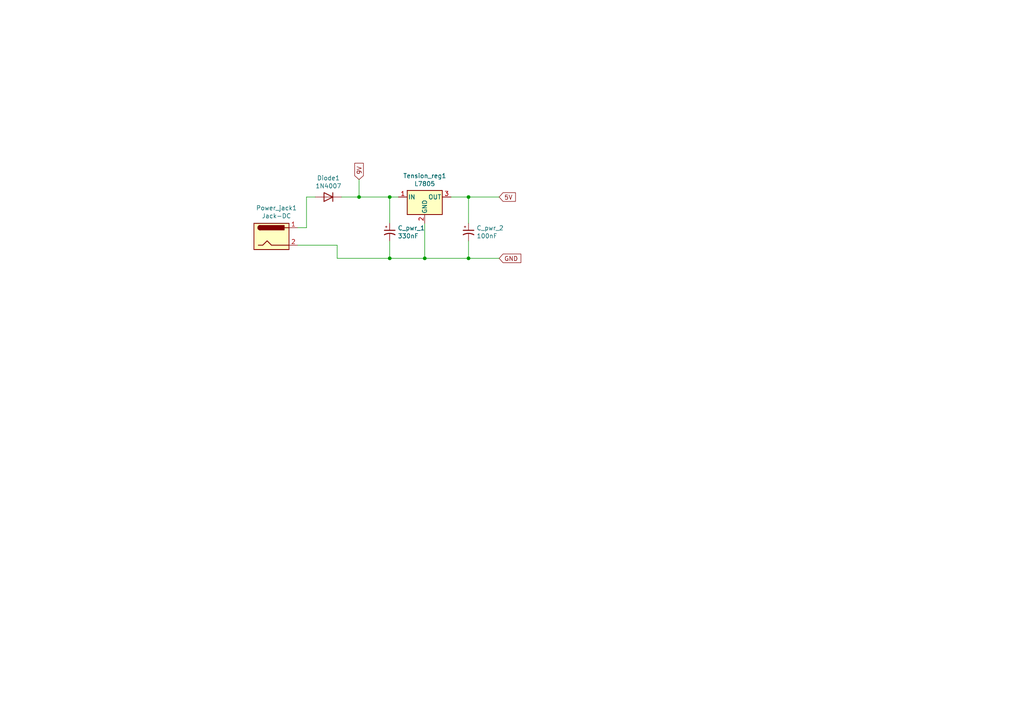
<source format=kicad_sch>
(kicad_sch (version 20211123) (generator eeschema)
  (paper "A4")
  (lib_symbols
    (symbol "Connector:Jack-DC" (pin_names (offset 1.016))
      (property "Reference" "J" (at 0 5.334 0))
      (property "Value" "Jack-DC" (at 0 -5.08 0))
      (symbol "Jack-DC_0_1"
        (rectangle (start -5.08 3.81) (end 5.08 -3.81) (stroke (width 0.254)) (fill (type background)))
        (arc (start -3.302 3.175) (mid -3.937 2.54) (end -3.302 1.905) (stroke (width 0.254)))
        (arc (start -3.302 3.175) (mid -3.937 2.54) (end -3.302 1.905) (stroke (width 0.254)) (fill (type outline)))
        (polyline (pts (xy 5.08 2.54) (xy 3.81 2.54)) (stroke (width 0.254)))
        (polyline (pts (xy -3.81 -2.54) (xy -2.54 -2.54) (xy -1.27 -1.27) (xy 0 -2.54) (xy 2.54 -2.54) (xy 5.08 -2.54)) (stroke (width 0.254)))
        (rectangle (start 3.683 3.175) (end -3.302 1.905) (stroke (width 0.254)) (fill (type outline)))
      )
      (symbol "Jack-DC_1_1"
        (pin passive line (at 7.62 2.54 180) (length 2.54) (name "~") (number "1"))
        (pin passive line (at 7.62 -2.54 180) (length 2.54) (name "~") (number "2"))
      )
    )
    (symbol "Diode:1N4007" (pin_numbers hide) (pin_names hide)
      (property "Reference" "D" (at 0 2.54 0))
      (property "Value" "1N4007" (at 0 -2.54 0))
      (symbol "1N4007_0_1"
        (polyline (pts (xy -1.27 1.27) (xy -1.27 -1.27)) (stroke (width 0.254)))
        (polyline (pts (xy 1.27 0) (xy -1.27 0)))
        (polyline (pts (xy 1.27 1.27) (xy 1.27 -1.27) (xy -1.27 0) (xy 1.27 1.27)) (stroke (width 0.254)))
      )
      (symbol "1N4007_1_1"
        (pin passive line (at -3.81 0 0) (length 2.54) (name "K") (number "1"))
        (pin passive line (at 3.81 0 180) (length 2.54) (name "A") (number "2"))
      )
    )
    (symbol "Faduino-1-rescue:CP1_Small-Device" (pin_numbers hide) (pin_names (offset 0.254) hide)
      (property "Reference" "C" (at 0.254 1.778 0))
      (property "Value" "CP1_Small-Device" (at 0.254 -2.032 0))
      (symbol "CP1_Small-Device_0_1"
        (polyline (pts (xy -1.524 0.508) (xy 1.524 0.508)) (stroke (width 0.3048)))
        (polyline (pts (xy -1.27 1.524) (xy -0.762 1.524)))
        (polyline (pts (xy -1.016 1.27) (xy -1.016 1.778)))
        (arc (start 1.524 -0.762) (mid 0 -0.3734) (end -1.524 -0.762) (stroke (width 0.3048)))
      )
      (symbol "CP1_Small-Device_1_1"
        (pin passive line (at 0 2.54 270) (length 2.032) (name "~") (number "1"))
        (pin passive line (at 0 -2.54 90) (length 2.032) (name "~") (number "2"))
      )
    )
    (symbol "Regulator_Linear:L7805" (pin_names (offset 0.254))
      (property "Reference" "U" (at -3.81 3.175 0))
      (property "Value" "L7805" (at 0 3.175 0))
      (symbol "L7805_0_1"
        (rectangle (start -5.08 1.905) (end 5.08 -5.08) (stroke (width 0.254)) (fill (type background)))
      )
      (symbol "L7805_1_1"
        (pin power_in line (at -7.62 0 0) (length 2.54) (name "IN") (number "1"))
        (pin power_in line (at 0 -7.62 90) (length 2.54) (name "GND") (number "2"))
        (pin power_out line (at 7.62 0 180) (length 2.54) (name "OUT") (number "3"))
      )
    )
  )
  (junction (at 135.89 74.93))
  (junction (at 113.03 74.93))
  (junction (at 104.14 57.15))
  (junction (at 123.19 74.93))
  (junction (at 135.89 57.15))
  (junction (at 113.03 57.15))
  (wire (pts (xy 113.03 57.15) (xy 115.57 57.15)))
  (wire (pts (xy 135.89 69.85) (xy 135.89 74.93)))
  (wire (pts (xy 113.03 69.85) (xy 113.03 74.93)))
  (wire (pts (xy 97.79 74.93) (xy 113.03 74.93)))
  (wire (pts (xy 104.14 57.15) (xy 113.03 57.15)))
  (wire (pts (xy 135.89 74.93) (xy 144.78 74.93)))
  (wire (pts (xy 86.36 71.12) (xy 97.79 71.12)))
  (wire (pts (xy 113.03 74.93) (xy 123.19 74.93)))
  (wire (pts (xy 99.06 57.15) (xy 104.14 57.15)))
  (wire (pts (xy 135.89 64.77) (xy 135.89 57.15)))
  (wire (pts (xy 88.9 66.04) (xy 88.9 57.15)))
  (wire (pts (xy 88.9 57.15) (xy 91.44 57.15)))
  (wire (pts (xy 123.19 74.93) (xy 123.19 64.77)))
  (wire (pts (xy 130.81 57.15) (xy 135.89 57.15)))
  (wire (pts (xy 113.03 64.77) (xy 113.03 57.15)))
  (wire (pts (xy 135.89 57.15) (xy 144.78 57.15)))
  (wire (pts (xy 123.19 74.93) (xy 135.89 74.93)))
  (wire (pts (xy 86.36 66.04) (xy 88.9 66.04)))
  (wire (pts (xy 104.14 52.07) (xy 104.14 57.15)))
  (wire (pts (xy 97.79 71.12) (xy 97.79 74.93)))
  (global_label "9V" (shape input) (at 104.14 52.07 90) (property "Intersheet References" "${INTERSHEET_REFS}" (effects hide)))
  (global_label "GND" (shape input) (at 144.78 74.93 0) (property "Intersheet References" "${INTERSHEET_REFS}" (effects hide)))
  (global_label "5V" (shape input) (at 144.78 57.15 0) (property "Intersheet References" "${INTERSHEET_REFS}" (effects hide)))
  (symbol (lib_id "Regulator_Linear:L7805") (at 123.19 57.15 0) (unit 1)
    (property "Reference" "Tension_reg1" (at 123.19 51.0032 0))
    (property "Value" "L7805" (at 123.19 53.3146 0))
    (property "Footprint" "Package_TO_SOT_SMD:TO-263-2" (effects hide))
    (property "Datasheet" "http://www.st.com/content/ccc/resource/technical/document/datasheet/41/4f/b3/b0/12/d4/47/88/CD00000444.pdf/files/CD00000444.pdf/jcr:content/translations/en.CD00000444.pdf" (effects hide))
    (property "LCSC" "C310413" (effects hide))
    (property "LCSC Part" "C15077" (effects hide))
  )
  (symbol (lib_id "Diode:1N4007") (at 95.25 57.15 180) (unit 1)
    (property "Reference" "Diode1" (at 95.25 51.6382 0))
    (property "Value" "1N4007" (at 95.25 53.9496 0))
    (property "Footprint" "Diode_SMD:D_SMA_Handsoldering" (effects hide))
    (property "Datasheet" "http://www.vishay.com/docs/88503/1n4001.pdf" (effects hide))
    (property "LCSC Part Number" "C727081" (effects hide))
    (property "LCSC" "C727081" (effects hide))
    (property "LCSC Part #" "C727081" (effects hide))
    (property "LCSC Part" "C727081" (effects hide))
  )
  (symbol (lib_id "Faduino-1-rescue:CP1_Small-Device") (at 113.03 67.31 0) (unit 1)
    (property "Reference" "C_pwr_1" (at 115.3414 66.1416 0) (effects (justify left)))
    (property "Value" "330nF" (at 115.3414 68.453 0) (effects (justify left)))
    (property "Footprint" "Capacitor_SMD:C_0603_1608Metric" (effects hide))
    (property "LCSC Part Number" "C1615" (effects hide))
    (property "LCSC" "C1615" (effects hide))
    (property "LCSC Part #" "C1615" (effects hide))
    (property "LCSC Part" "C1615" (effects hide))
  )
  (symbol (lib_id "Faduino-1-rescue:CP1_Small-Device") (at 135.89 67.31 0) (unit 1)
    (property "Reference" "C_pwr_2" (at 138.2014 66.1416 0) (effects (justify left)))
    (property "Value" "100nF" (at 138.2014 68.453 0) (effects (justify left)))
    (property "Footprint" "Capacitor_SMD:C_0603_1608Metric" (effects hide))
    (property "LCSC Part Number" "C14663" (effects hide))
    (property "LCSC" "C14663" (effects hide))
    (property "LCSC Part #" "C14663" (effects hide))
    (property "LCSC Part" "C14663" (effects hide))
  )
  (symbol (lib_id "Connector:Jack-DC") (at 78.74 68.58 0) (unit 1)
    (property "Reference" "Power_jack1" (at 80.1878 60.325 0))
    (property "Value" "Jack-DC" (at 80.1878 62.6364 0))
    (property "Footprint" "Connector_BarrelJack:BarrelJack_Horizontal" (effects hide))
  )
)
</source>
